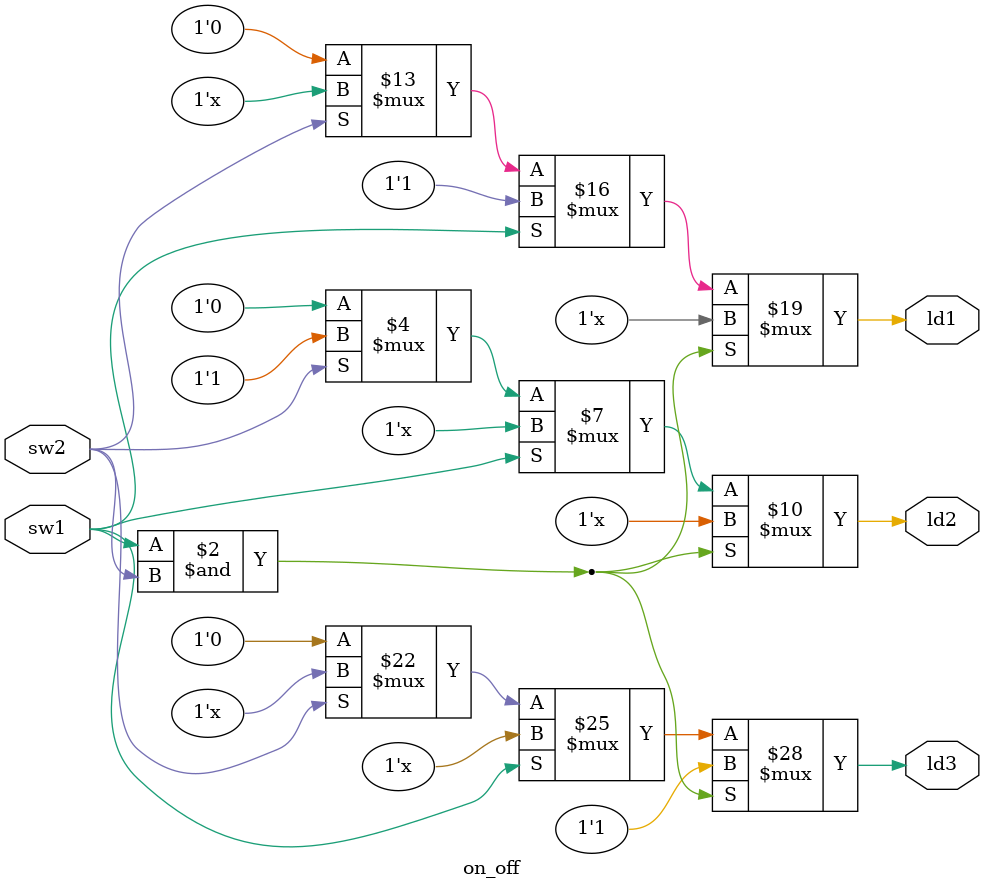
<source format=v>
module on_off(sw1, sw2, ld1, ld2, ld3);

input sw1, sw2;
output reg ld1, ld2, ld3;

always@(*)begin
        if(sw1&sw2) ld3<=1'b1;
        else if(sw1) ld1<=1'b1;
        else if(sw2) ld2<=1'b1;
        else begin 
                ld1<=1'b0;
                ld2<=1'b0;
                ld3<=1'b0;
        end
end     
endmodule


</source>
